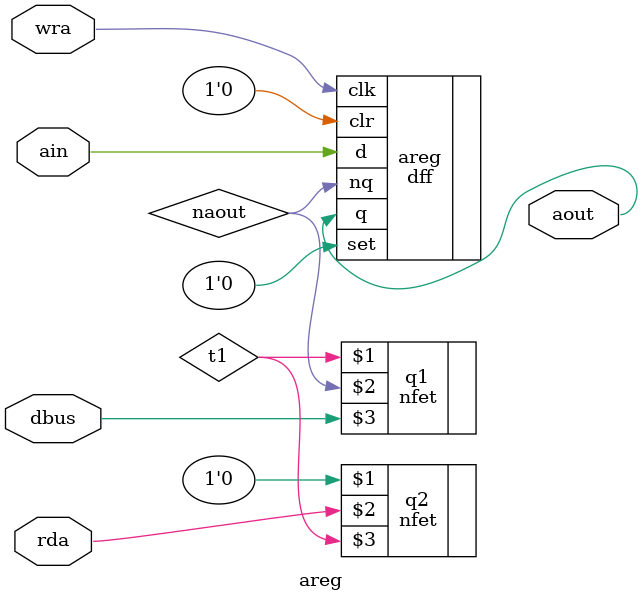
<source format=v>

module areg(
  input wire wra,
  input wire rda,
  input wire ain,
  output wire aout,
  inout wire dbus
);

  // aout fanout: 2
  //  bit 0: 2 (alu)
  //  other: 1 (next)
  // naout fanout:  1

  wire naout;
  dff #(2, 1) areg(
    .clk(wra),
    .d(ain),
    .set(1'b0),
    .clr(1'b0),
    .q(aout),
    .nq(naout)
  );
  wire t1;
  nfet #(5, 10000) q1(t1, naout, dbus);
  nfet #(5, 10000) q2(1'b0, rda, t1);

endmodule

</source>
